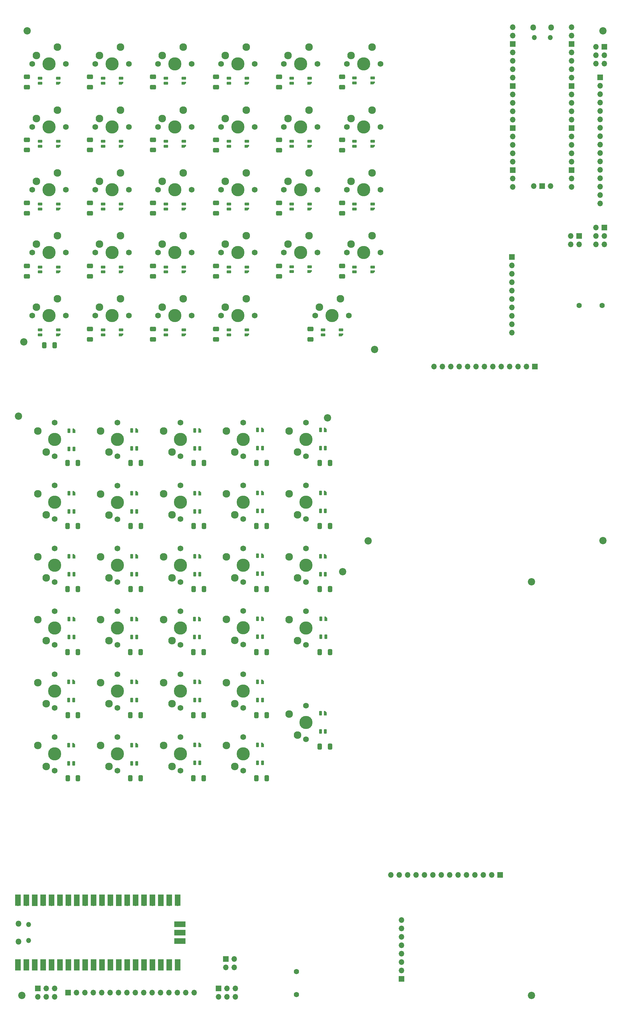
<source format=gbs>
G04 #@! TF.GenerationSoftware,KiCad,Pcbnew,(6.0.10)*
G04 #@! TF.CreationDate,2023-03-01T01:55:45+01:00*
G04 #@! TF.ProjectId,kicad,6b696361-642e-46b6-9963-61645f706362,rev?*
G04 #@! TF.SameCoordinates,Original*
G04 #@! TF.FileFunction,Soldermask,Bot*
G04 #@! TF.FilePolarity,Negative*
%FSLAX46Y46*%
G04 Gerber Fmt 4.6, Leading zero omitted, Abs format (unit mm)*
G04 Created by KiCad (PCBNEW (6.0.10)) date 2023-03-01 01:55:45*
%MOMM*%
%LPD*%
G01*
G04 APERTURE LIST*
G04 Aperture macros list*
%AMRoundRect*
0 Rectangle with rounded corners*
0 $1 Rounding radius*
0 $2 $3 $4 $5 $6 $7 $8 $9 X,Y pos of 4 corners*
0 Add a 4 corners polygon primitive as box body*
4,1,4,$2,$3,$4,$5,$6,$7,$8,$9,$2,$3,0*
0 Add four circle primitives for the rounded corners*
1,1,$1+$1,$2,$3*
1,1,$1+$1,$4,$5*
1,1,$1+$1,$6,$7*
1,1,$1+$1,$8,$9*
0 Add four rect primitives between the rounded corners*
20,1,$1+$1,$2,$3,$4,$5,0*
20,1,$1+$1,$4,$5,$6,$7,0*
20,1,$1+$1,$6,$7,$8,$9,0*
20,1,$1+$1,$8,$9,$2,$3,0*%
%AMFreePoly0*
4,1,18,-0.410000,0.593000,-0.403758,0.624380,-0.385983,0.650983,-0.359380,0.668758,-0.328000,0.675000,0.328000,0.675000,0.359380,0.668758,0.385983,0.650983,0.403758,0.624380,0.410000,0.593000,0.410000,-0.593000,0.403758,-0.624380,0.385983,-0.650983,0.359380,-0.668758,0.328000,-0.675000,0.000000,-0.675000,-0.410000,-0.265000,-0.410000,0.593000,-0.410000,0.593000,$1*%
G04 Aperture macros list end*
%ADD10C,1.600000*%
%ADD11C,3.987800*%
%ADD12C,1.750000*%
%ADD13C,2.300000*%
%ADD14R,1.700000X1.700000*%
%ADD15O,1.700000X1.700000*%
%ADD16C,2.200000*%
%ADD17O,1.500000X1.500000*%
%ADD18O,1.800000X1.800000*%
%ADD19RoundRect,0.082000X0.593000X-0.328000X0.593000X0.328000X-0.593000X0.328000X-0.593000X-0.328000X0*%
%ADD20FreePoly0,90.000000*%
%ADD21RoundRect,0.082000X0.328000X0.593000X-0.328000X0.593000X-0.328000X-0.593000X0.328000X-0.593000X0*%
%ADD22FreePoly0,180.000000*%
%ADD23RoundRect,0.250000X0.412500X0.650000X-0.412500X0.650000X-0.412500X-0.650000X0.412500X-0.650000X0*%
%ADD24RoundRect,0.250000X0.650000X-0.412500X0.650000X0.412500X-0.650000X0.412500X-0.650000X-0.412500X0*%
%ADD25R,1.700000X3.500000*%
%ADD26R,3.500000X1.700000*%
G04 APERTURE END LIST*
D10*
X120340000Y-323180001D03*
X120340000Y-316180001D03*
D11*
X45620000Y-42000000D03*
D12*
X50700000Y-42000000D03*
X40540000Y-42000000D03*
D13*
X41810000Y-39460000D03*
X48160000Y-36920000D03*
D12*
X85259999Y-217510000D03*
D11*
X85259999Y-212430000D03*
D12*
X85259999Y-207350000D03*
D13*
X82719999Y-216240000D03*
X80179999Y-209890000D03*
D14*
X205740000Y-93980000D03*
D15*
X203200000Y-93980000D03*
X205740000Y-96520000D03*
X203200000Y-96520000D03*
D12*
X104260000Y-245350001D03*
D11*
X104260000Y-250430001D03*
D12*
X104260000Y-255510001D03*
D13*
X101720000Y-254240001D03*
X99180000Y-247890001D03*
D16*
X134340000Y-195430001D03*
D12*
X116540000Y-61000000D03*
D11*
X121620000Y-61000000D03*
D12*
X126700000Y-61000000D03*
D13*
X117810000Y-58460000D03*
X124160000Y-55920000D03*
D14*
X152059999Y-318435001D03*
D15*
X152059999Y-315895001D03*
X152059999Y-313355001D03*
X152059999Y-310815001D03*
X152059999Y-308275001D03*
X152059999Y-305735001D03*
X152059999Y-303195001D03*
X152059999Y-300655001D03*
D17*
X197045000Y-34030000D03*
D18*
X191895000Y-31000000D03*
X197345000Y-31000000D03*
D17*
X192195000Y-34030000D03*
D15*
X185730000Y-30870000D03*
X185730000Y-33410000D03*
D14*
X185730000Y-35950000D03*
D15*
X185730000Y-38490000D03*
X185730000Y-41030000D03*
X185730000Y-43570000D03*
X185730000Y-46110000D03*
D14*
X185730000Y-48650000D03*
D15*
X185730000Y-51190000D03*
X185730000Y-53730000D03*
X185730000Y-56270000D03*
X185730000Y-58810000D03*
D14*
X185730000Y-61350000D03*
D15*
X185730000Y-63890000D03*
X185730000Y-66430000D03*
X185730000Y-68970000D03*
X185730000Y-71510000D03*
D14*
X185730000Y-74050000D03*
D15*
X185730000Y-76590000D03*
X185730000Y-79130000D03*
X203510000Y-79130000D03*
X203510000Y-76590000D03*
D14*
X203510000Y-74050000D03*
D15*
X203510000Y-71510000D03*
X203510000Y-68970000D03*
X203510000Y-66430000D03*
X203510000Y-63890000D03*
D14*
X203510000Y-61350000D03*
D15*
X203510000Y-58810000D03*
X203510000Y-56270000D03*
X203510000Y-53730000D03*
X203510000Y-51190000D03*
D14*
X203510000Y-48650000D03*
D15*
X203510000Y-46110000D03*
X203510000Y-43570000D03*
X203510000Y-41030000D03*
X203510000Y-38490000D03*
D14*
X203510000Y-35950000D03*
D15*
X203510000Y-33410000D03*
X203510000Y-30870000D03*
X192080000Y-78900000D03*
D14*
X194620000Y-78900000D03*
D15*
X197160000Y-78900000D03*
D11*
X47260000Y-174430001D03*
D12*
X47260000Y-169350001D03*
X47260000Y-179510001D03*
D13*
X44720000Y-178240001D03*
X42180000Y-171890001D03*
D11*
X64620000Y-80000000D03*
D12*
X59540000Y-80000000D03*
X69700000Y-80000000D03*
D13*
X60810000Y-77460000D03*
X67160000Y-74920000D03*
D12*
X47260000Y-198510001D03*
D11*
X47260000Y-193430001D03*
D12*
X47260000Y-188350001D03*
D13*
X44720000Y-197240001D03*
X42180000Y-190890001D03*
D12*
X50700000Y-118000000D03*
X40540000Y-118000000D03*
D11*
X45620000Y-118000000D03*
D13*
X41810000Y-115460000D03*
X48160000Y-112920000D03*
D12*
X97540000Y-80000000D03*
X107700000Y-80000000D03*
D11*
X102620000Y-80000000D03*
D13*
X98810000Y-77460000D03*
X105160000Y-74920000D03*
D11*
X83620000Y-61000000D03*
D12*
X88700000Y-61000000D03*
X78540000Y-61000000D03*
D13*
X79810000Y-58460000D03*
X86160000Y-55920000D03*
D12*
X47259999Y-207350000D03*
D11*
X47259999Y-212430000D03*
D12*
X47259999Y-217510000D03*
D13*
X44719999Y-216240000D03*
X42179999Y-209890000D03*
D11*
X64620000Y-99000000D03*
D12*
X59540000Y-99000000D03*
X69700000Y-99000000D03*
D13*
X60810000Y-96460000D03*
X67160000Y-93920000D03*
D11*
X66259999Y-155430001D03*
D12*
X66259999Y-160510001D03*
X66259999Y-150350001D03*
D13*
X63719999Y-159240001D03*
X61179999Y-152890001D03*
D16*
X38000000Y-126000000D03*
D12*
X47260000Y-150350000D03*
D11*
X47260000Y-155430000D03*
D12*
X47260000Y-160510000D03*
D13*
X44720000Y-159240000D03*
X42180000Y-152890000D03*
D12*
X66259999Y-179590001D03*
D11*
X66259999Y-174510001D03*
D12*
X66259999Y-169430001D03*
D13*
X63719999Y-178320001D03*
X61179999Y-171970001D03*
D14*
X192405000Y-133410000D03*
D15*
X189865000Y-133410000D03*
X187325000Y-133410000D03*
X184785000Y-133410000D03*
X182245000Y-133410000D03*
X179705000Y-133410000D03*
X177165000Y-133410000D03*
X174625000Y-133410000D03*
X172085000Y-133410000D03*
X169545000Y-133410000D03*
X167005000Y-133410000D03*
X164465000Y-133410000D03*
X161925000Y-133410000D03*
D12*
X97540000Y-42000000D03*
D11*
X102620000Y-42000000D03*
D12*
X107700000Y-42000000D03*
D13*
X98810000Y-39460000D03*
X105160000Y-36920000D03*
D14*
X212090000Y-46027500D03*
D15*
X212090000Y-48567500D03*
X212090000Y-51107500D03*
X212090000Y-53647500D03*
X212090000Y-56187500D03*
X212090000Y-58727500D03*
X212090000Y-61267500D03*
X212090000Y-63807500D03*
X212090000Y-66347500D03*
X212090000Y-68887500D03*
X212090000Y-71427500D03*
X212090000Y-73967500D03*
X212090000Y-76507500D03*
X212090000Y-79047500D03*
X212090000Y-81587500D03*
X212090000Y-84127500D03*
D12*
X85259999Y-226350001D03*
D11*
X85259999Y-231430001D03*
D12*
X85259999Y-236510001D03*
D13*
X82719999Y-235240001D03*
X80179999Y-228890001D03*
D16*
X213000000Y-186000000D03*
D12*
X50700000Y-61000000D03*
D11*
X45620000Y-61000000D03*
D12*
X40540000Y-61000000D03*
D13*
X41810000Y-58460000D03*
X48160000Y-55920000D03*
D11*
X104259999Y-155430000D03*
D12*
X104259999Y-150350000D03*
X104259999Y-160510000D03*
D13*
X101719999Y-159240000D03*
X99179999Y-152890000D03*
D14*
X51367499Y-322560001D03*
D15*
X53907499Y-322560001D03*
X56447499Y-322560001D03*
X58987499Y-322560001D03*
X61527499Y-322560001D03*
X64067499Y-322560001D03*
X66607499Y-322560001D03*
X69147499Y-322560001D03*
X71687499Y-322560001D03*
X74227499Y-322560001D03*
X76767499Y-322560001D03*
X79307499Y-322560001D03*
X81847499Y-322560001D03*
X84387499Y-322560001D03*
X86927499Y-322560001D03*
X89467499Y-322560001D03*
D16*
X144000000Y-128270000D03*
D11*
X83620000Y-99000000D03*
D12*
X78540000Y-99000000D03*
X88700000Y-99000000D03*
D13*
X79810000Y-96460000D03*
X86160000Y-93920000D03*
D12*
X66259999Y-198510000D03*
X66259999Y-188350000D03*
D11*
X66259999Y-193430000D03*
D13*
X63719999Y-197240000D03*
X61179999Y-190890000D03*
D14*
X96794999Y-321270001D03*
D15*
X96794999Y-323810001D03*
X99334999Y-321270001D03*
X99334999Y-323810001D03*
X101874999Y-321270001D03*
X101874999Y-323810001D03*
D12*
X123259999Y-179510001D03*
X123259999Y-169350001D03*
D11*
X123259999Y-174430001D03*
D13*
X120719999Y-178240001D03*
X118179999Y-171890001D03*
D12*
X116540000Y-99000000D03*
X126700000Y-99000000D03*
D11*
X121620000Y-99000000D03*
D13*
X117810000Y-96460000D03*
X124160000Y-93920000D03*
D12*
X135540000Y-42000000D03*
X145700000Y-42000000D03*
D11*
X140620000Y-42000000D03*
D13*
X136810000Y-39460000D03*
X143160000Y-36920000D03*
D11*
X64620000Y-42000000D03*
D12*
X59540000Y-42000000D03*
X69700000Y-42000000D03*
D13*
X60810000Y-39460000D03*
X67160000Y-36920000D03*
D11*
X104259999Y-193430001D03*
D12*
X104259999Y-198510001D03*
X104259999Y-188350001D03*
D13*
X101719999Y-197240001D03*
X99179999Y-190890001D03*
D11*
X140620000Y-80000000D03*
D12*
X145700000Y-80000000D03*
X135540000Y-80000000D03*
D13*
X136810000Y-77460000D03*
X143160000Y-74920000D03*
D14*
X213380000Y-36830000D03*
D15*
X210840000Y-36830000D03*
X213380000Y-39370000D03*
X210840000Y-39370000D03*
X213380000Y-41910000D03*
X210840000Y-41910000D03*
D11*
X85259999Y-155430001D03*
D12*
X85259999Y-160510001D03*
X85259999Y-150350001D03*
D13*
X82719999Y-159240001D03*
X80179999Y-152890001D03*
D11*
X45620000Y-99000000D03*
D12*
X40540000Y-99000000D03*
X50700000Y-99000000D03*
D13*
X41810000Y-96460000D03*
X48160000Y-93920000D03*
D16*
X36339999Y-148430000D03*
D12*
X66259999Y-245350001D03*
D11*
X66259999Y-250430001D03*
D12*
X66259999Y-255510001D03*
D13*
X63719999Y-254240001D03*
X61179999Y-247890001D03*
D14*
X181869999Y-287000001D03*
D15*
X179329999Y-287000001D03*
X176789999Y-287000001D03*
X174249999Y-287000001D03*
X171709999Y-287000001D03*
X169169999Y-287000001D03*
X166629999Y-287000001D03*
X164089999Y-287000001D03*
X161549999Y-287000001D03*
X159009999Y-287000001D03*
X156469999Y-287000001D03*
X153929999Y-287000001D03*
X151389999Y-287000001D03*
X148849999Y-287000001D03*
D12*
X88700000Y-42000000D03*
X78540000Y-42000000D03*
D11*
X83620000Y-42000000D03*
D13*
X79810000Y-39460000D03*
X86160000Y-36920000D03*
D14*
X185420000Y-100330000D03*
D15*
X185420000Y-102870000D03*
X185420000Y-105410000D03*
X185420000Y-107950000D03*
X185420000Y-110490000D03*
X185420000Y-113030000D03*
X185420000Y-115570000D03*
X185420000Y-118110000D03*
X185420000Y-120650000D03*
X185420000Y-123190000D03*
D16*
X191339999Y-323430001D03*
D11*
X123259999Y-240905000D03*
D12*
X123259999Y-235825000D03*
X123259999Y-245985000D03*
D13*
X120719999Y-244715000D03*
X118179999Y-238365000D03*
D11*
X45620000Y-80000000D03*
D12*
X50700000Y-80000000D03*
X40540000Y-80000000D03*
D13*
X41810000Y-77460000D03*
X48160000Y-74920000D03*
D11*
X83620000Y-80000000D03*
D12*
X78540000Y-80000000D03*
X88700000Y-80000000D03*
D13*
X79810000Y-77460000D03*
X86160000Y-74920000D03*
D11*
X104259999Y-174430001D03*
D12*
X104259999Y-169350001D03*
X104259999Y-179510001D03*
D13*
X101719999Y-178240001D03*
X99179999Y-171890001D03*
D12*
X66259999Y-236510001D03*
X66259999Y-226350001D03*
D11*
X66259999Y-231430001D03*
D13*
X63719999Y-235240001D03*
X61179999Y-228890001D03*
D11*
X85259999Y-250430001D03*
D12*
X85259999Y-245350001D03*
X85259999Y-255510001D03*
D13*
X82719999Y-254240001D03*
X80179999Y-247890001D03*
D11*
X121620000Y-42000000D03*
D12*
X126700000Y-42000000D03*
X116540000Y-42000000D03*
D13*
X117810000Y-39460000D03*
X124160000Y-36920000D03*
D11*
X123259999Y-212430001D03*
D12*
X123259999Y-217510001D03*
X123259999Y-207350001D03*
D13*
X120719999Y-216240001D03*
X118179999Y-209890001D03*
D14*
X42169999Y-321290001D03*
D15*
X42169999Y-323830001D03*
X44709999Y-321290001D03*
X44709999Y-323830001D03*
X47249999Y-321290001D03*
X47249999Y-323830001D03*
D11*
X131095000Y-118000000D03*
D12*
X126015000Y-118000000D03*
X136175000Y-118000000D03*
D13*
X127285000Y-115460000D03*
X133635000Y-112920000D03*
D11*
X121620000Y-80000000D03*
D12*
X126700000Y-80000000D03*
X116540000Y-80000000D03*
D13*
X117810000Y-77460000D03*
X124160000Y-74920000D03*
D12*
X104259999Y-207270000D03*
D11*
X104259999Y-212350000D03*
D12*
X104259999Y-217430000D03*
D13*
X101719999Y-216160000D03*
X99179999Y-209810000D03*
D12*
X66259999Y-207350000D03*
D11*
X66259999Y-212430000D03*
D12*
X66259999Y-217510000D03*
D13*
X63719999Y-216240000D03*
X61179999Y-209890000D03*
D16*
X142000000Y-186064466D03*
D12*
X59540000Y-61000000D03*
D11*
X64620000Y-61000000D03*
D12*
X69700000Y-61000000D03*
D13*
X60810000Y-58460000D03*
X67160000Y-55920000D03*
D16*
X37339999Y-323430001D03*
D12*
X78540000Y-118000000D03*
D11*
X83620000Y-118000000D03*
D12*
X88700000Y-118000000D03*
D13*
X79810000Y-115460000D03*
X86160000Y-112920000D03*
D11*
X64620000Y-118000000D03*
D12*
X59540000Y-118000000D03*
X69700000Y-118000000D03*
D13*
X60810000Y-115460000D03*
X67160000Y-112920000D03*
D16*
X129758939Y-148932711D03*
D12*
X47259999Y-226350001D03*
D11*
X47259999Y-231430001D03*
D12*
X47259999Y-236510001D03*
D13*
X44719999Y-235240001D03*
X42179999Y-228890001D03*
D10*
X205750000Y-115000000D03*
X212750000Y-115000000D03*
D12*
X135540000Y-61000000D03*
X145700000Y-61000000D03*
D11*
X140620000Y-61000000D03*
D13*
X136810000Y-58460000D03*
X143160000Y-55920000D03*
D16*
X213000000Y-32000000D03*
D14*
X99045000Y-312400000D03*
D15*
X99045000Y-314940000D03*
X101585000Y-312400000D03*
X101585000Y-314940000D03*
D12*
X107700000Y-118000000D03*
D11*
X102620000Y-118000000D03*
D12*
X97540000Y-118000000D03*
D13*
X98810000Y-115460000D03*
X105160000Y-112920000D03*
D16*
X39000000Y-32000000D03*
D12*
X85259999Y-179510001D03*
D11*
X85259999Y-174430001D03*
D12*
X85259999Y-169350001D03*
D13*
X82719999Y-178240001D03*
X80179999Y-171890001D03*
D12*
X97540000Y-61000000D03*
X107700000Y-61000000D03*
D11*
X102620000Y-61000000D03*
D13*
X98810000Y-58460000D03*
X105160000Y-55920000D03*
D11*
X104260000Y-231430001D03*
D12*
X104260000Y-236510001D03*
X104260000Y-226350001D03*
D13*
X101720000Y-235240001D03*
X99180000Y-228890001D03*
D12*
X85259999Y-198510000D03*
X85259999Y-188350000D03*
D11*
X85259999Y-193430000D03*
D13*
X82719999Y-197240000D03*
X80179999Y-190890000D03*
D12*
X145700000Y-99000000D03*
D11*
X140620000Y-99000000D03*
D12*
X135540000Y-99000000D03*
D13*
X136810000Y-96460000D03*
X143160000Y-93920000D03*
D14*
X213420000Y-91455000D03*
D15*
X210880000Y-91455000D03*
X213420000Y-93995000D03*
X210880000Y-93995000D03*
X213420000Y-96535000D03*
X210880000Y-96535000D03*
D12*
X123259999Y-150350000D03*
D11*
X123259999Y-155430000D03*
D12*
X123259999Y-160510000D03*
D13*
X120719999Y-159240000D03*
X118179999Y-152890000D03*
D12*
X47259999Y-255510001D03*
D11*
X47259999Y-250430001D03*
D12*
X47259999Y-245350001D03*
D13*
X44719999Y-254240001D03*
X42179999Y-247890001D03*
D12*
X97540000Y-99000000D03*
D11*
X102620000Y-99000000D03*
D12*
X107700000Y-99000000D03*
D13*
X98810000Y-96460000D03*
X105160000Y-93920000D03*
D16*
X191340000Y-198430001D03*
D12*
X123259999Y-198510001D03*
D11*
X123259999Y-193430001D03*
D12*
X123259999Y-188350001D03*
D13*
X120719999Y-197240001D03*
X118179999Y-190890001D03*
D19*
X61895000Y-46330000D03*
X61895000Y-47830000D03*
X67345000Y-46330000D03*
D20*
X67345000Y-47830000D03*
D21*
X51589999Y-177155001D03*
X53089999Y-177155001D03*
X51589999Y-171705001D03*
D22*
X53089999Y-171705001D03*
D23*
X47282500Y-127000000D03*
X44157500Y-127000000D03*
D24*
X115070000Y-49000000D03*
X115070000Y-45875000D03*
D23*
X73274999Y-219690001D03*
X70149999Y-219690001D03*
D21*
X108589999Y-234155001D03*
X110089999Y-234155001D03*
X108589999Y-228705001D03*
D22*
X110089999Y-228705001D03*
D24*
X57920000Y-68012500D03*
X57920000Y-64887500D03*
X38870000Y-106150000D03*
X38870000Y-103025000D03*
X124595000Y-125200000D03*
X124595000Y-122075000D03*
D23*
X130462499Y-219690001D03*
X127337499Y-219690001D03*
D21*
X127589999Y-196155000D03*
X129089999Y-196155000D03*
X127589999Y-190705000D03*
D22*
X129089999Y-190705000D03*
D23*
X92287499Y-257790000D03*
X89162499Y-257790000D03*
D21*
X89589999Y-253155001D03*
X91089999Y-253155001D03*
X89589999Y-247705001D03*
D22*
X91089999Y-247705001D03*
D21*
X127715000Y-215030000D03*
X129215000Y-215030000D03*
X127715000Y-209580000D03*
D22*
X129215000Y-209580000D03*
D24*
X38870000Y-87100000D03*
X38870000Y-83975000D03*
D19*
X137895000Y-84330000D03*
X137895000Y-85830000D03*
X143345000Y-84330000D03*
D20*
X143345000Y-85830000D03*
D21*
X89589999Y-234155001D03*
X91089999Y-234155001D03*
X89589999Y-228705001D03*
D22*
X91089999Y-228705001D03*
D24*
X115070000Y-68050000D03*
X115070000Y-64925000D03*
D19*
X42895000Y-46330000D03*
X42895000Y-47830000D03*
X48345000Y-46330000D03*
D20*
X48345000Y-47830000D03*
D23*
X54337499Y-257790001D03*
X51212499Y-257790001D03*
X130462500Y-248265001D03*
X127337500Y-248265001D03*
X92324999Y-219690000D03*
X89199999Y-219690000D03*
X92324999Y-238740001D03*
X89199999Y-238740001D03*
D24*
X96020000Y-68050000D03*
X96020000Y-64925000D03*
D21*
X51509999Y-234155001D03*
X53009999Y-234155001D03*
X51509999Y-228705001D03*
D22*
X53009999Y-228705001D03*
D23*
X130462500Y-200640000D03*
X127337500Y-200640000D03*
D24*
X134120000Y-87100000D03*
X134120000Y-83975000D03*
X57920000Y-49000000D03*
X57920000Y-45875000D03*
X38870000Y-68012500D03*
X38870000Y-64887500D03*
X57920000Y-106150000D03*
X57920000Y-103025000D03*
X38870000Y-49000000D03*
X38870000Y-45875000D03*
D21*
X108589999Y-177030000D03*
X110089999Y-177030000D03*
X108589999Y-171580000D03*
D22*
X110089999Y-171580000D03*
D23*
X111337499Y-257790000D03*
X108212499Y-257790000D03*
D19*
X80895000Y-103330000D03*
X80895000Y-104830000D03*
X86345000Y-103330000D03*
D20*
X86345000Y-104830000D03*
D19*
X61895000Y-103330000D03*
X61895000Y-104830000D03*
X67345000Y-103330000D03*
D20*
X67345000Y-104830000D03*
D19*
X80895000Y-84330000D03*
X80895000Y-85830000D03*
X86345000Y-84330000D03*
D20*
X86345000Y-85830000D03*
D21*
X89510000Y-215155000D03*
X91010000Y-215155000D03*
X89510000Y-209705000D03*
D22*
X91010000Y-209705000D03*
D19*
X61895000Y-84330000D03*
X61895000Y-85830000D03*
X67345000Y-84330000D03*
D20*
X67345000Y-85830000D03*
D21*
X70544999Y-253280001D03*
X72044999Y-253280001D03*
X70544999Y-247830001D03*
D22*
X72044999Y-247830001D03*
D23*
X130462500Y-181590001D03*
X127337500Y-181590001D03*
D24*
X115070000Y-106150000D03*
X115070000Y-103025000D03*
D23*
X111337499Y-238740000D03*
X108212499Y-238740000D03*
D21*
X108589999Y-196030001D03*
X110089999Y-196030001D03*
X108589999Y-190580001D03*
D22*
X110089999Y-190580001D03*
D21*
X108589999Y-253155001D03*
X110089999Y-253155001D03*
X108589999Y-247705001D03*
D22*
X110089999Y-247705001D03*
D24*
X115070000Y-87100000D03*
X115070000Y-83975000D03*
D21*
X70589999Y-234155001D03*
X72089999Y-234155001D03*
X70589999Y-228705001D03*
D22*
X72089999Y-228705001D03*
D19*
X80895000Y-65330000D03*
X80895000Y-66830000D03*
X86345000Y-65330000D03*
D20*
X86345000Y-66830000D03*
D21*
X127589999Y-158030000D03*
X129089999Y-158030000D03*
X127589999Y-152580000D03*
D22*
X129089999Y-152580000D03*
D19*
X99895000Y-65330000D03*
X99895000Y-66830000D03*
X105345000Y-65330000D03*
D20*
X105345000Y-66830000D03*
D21*
X108589999Y-215030001D03*
X110089999Y-215030001D03*
X108589999Y-209580001D03*
D22*
X110089999Y-209580001D03*
D19*
X42895000Y-65330000D03*
X42895000Y-66830000D03*
X48345000Y-65330000D03*
D20*
X48345000Y-66830000D03*
D23*
X111374999Y-162540001D03*
X108249999Y-162540001D03*
D19*
X118895000Y-65330000D03*
X118895000Y-66830000D03*
X124345000Y-65330000D03*
D20*
X124345000Y-66830000D03*
D23*
X54300000Y-181590001D03*
X51175000Y-181590001D03*
D19*
X137895000Y-103330000D03*
X137895000Y-104830000D03*
X143345000Y-103330000D03*
D20*
X143345000Y-104830000D03*
D24*
X76970000Y-49000000D03*
X76970000Y-45875000D03*
X134120000Y-49000000D03*
X134120000Y-45875000D03*
D21*
X89590000Y-177155001D03*
X91090000Y-177155001D03*
X89590000Y-171705001D03*
D22*
X91090000Y-171705001D03*
D21*
X70589999Y-158155000D03*
X72089999Y-158155000D03*
X70589999Y-152705000D03*
D22*
X72089999Y-152705000D03*
D19*
X99895000Y-122330000D03*
X99895000Y-123830000D03*
X105345000Y-122330000D03*
D20*
X105345000Y-123830000D03*
D19*
X137895000Y-46250000D03*
X137895000Y-47750000D03*
X143345000Y-46250000D03*
D20*
X143345000Y-47750000D03*
D24*
X96020000Y-106150000D03*
X96020000Y-103025000D03*
D19*
X128370000Y-122330000D03*
X128370000Y-123830000D03*
X133820000Y-122330000D03*
D20*
X133820000Y-123830000D03*
D19*
X42895000Y-103330000D03*
X42895000Y-104830000D03*
X48345000Y-103330000D03*
D20*
X48345000Y-104830000D03*
D21*
X51590000Y-158280001D03*
X53090000Y-158280001D03*
X51590000Y-152830001D03*
D22*
X53090000Y-152830001D03*
D19*
X80895000Y-46330000D03*
X80895000Y-47830000D03*
X86345000Y-46330000D03*
D20*
X86345000Y-47830000D03*
D24*
X57920000Y-87100000D03*
X57920000Y-83975000D03*
X57920000Y-125200000D03*
X57920000Y-122075000D03*
D23*
X111374999Y-200640000D03*
X108249999Y-200640000D03*
D24*
X96020000Y-87100000D03*
X96020000Y-83975000D03*
X134120000Y-106150000D03*
X134120000Y-103025000D03*
D23*
X73312500Y-200640001D03*
X70187500Y-200640001D03*
D19*
X80895000Y-122330000D03*
X80895000Y-123830000D03*
X86345000Y-122330000D03*
D20*
X86345000Y-123830000D03*
D24*
X76970000Y-125200000D03*
X76970000Y-122075000D03*
D21*
X51509999Y-253280000D03*
X53009999Y-253280000D03*
X51509999Y-247830000D03*
D22*
X53009999Y-247830000D03*
D23*
X92362499Y-200640001D03*
X89237499Y-200640001D03*
D19*
X99895000Y-46330000D03*
X99895000Y-47830000D03*
X105345000Y-46330000D03*
D20*
X105345000Y-47830000D03*
D24*
X134120000Y-68050000D03*
X134120000Y-64925000D03*
D23*
X130462500Y-162540001D03*
X127337500Y-162540001D03*
X111374999Y-181590001D03*
X108249999Y-181590001D03*
D21*
X89590000Y-196155001D03*
X91090000Y-196155001D03*
X89590000Y-190705001D03*
D22*
X91090000Y-190705001D03*
D19*
X118895000Y-103250000D03*
X118895000Y-104750000D03*
X124345000Y-103250000D03*
D20*
X124345000Y-104750000D03*
D24*
X96020000Y-125200000D03*
X96020000Y-122075000D03*
D19*
X99895000Y-103330000D03*
X99895000Y-104830000D03*
X105345000Y-103330000D03*
D20*
X105345000Y-104830000D03*
D21*
X70589999Y-196155001D03*
X72089999Y-196155001D03*
X70589999Y-190705001D03*
D22*
X72089999Y-190705001D03*
D21*
X127589999Y-177030000D03*
X129089999Y-177030000D03*
X127589999Y-171580000D03*
D22*
X129089999Y-171580000D03*
D23*
X73312499Y-181590001D03*
X70187499Y-181590001D03*
D24*
X76970000Y-87100000D03*
X76970000Y-83975000D03*
D23*
X73312499Y-162540001D03*
X70187499Y-162540001D03*
D19*
X42895000Y-84330000D03*
X42895000Y-85830000D03*
X48345000Y-84330000D03*
D20*
X48345000Y-85830000D03*
D21*
X89590000Y-158155000D03*
X91090000Y-158155000D03*
X89590000Y-152705000D03*
D22*
X91090000Y-152705000D03*
D21*
X70589999Y-215155001D03*
X72089999Y-215155001D03*
X70589999Y-209705001D03*
D22*
X72089999Y-209705001D03*
D23*
X92362499Y-162540000D03*
X89237499Y-162540000D03*
X73274999Y-238740000D03*
X70149999Y-238740000D03*
D21*
X127589999Y-243630001D03*
X129089999Y-243630001D03*
X127589999Y-238180001D03*
D22*
X129089999Y-238180001D03*
D24*
X76970000Y-68012500D03*
X76970000Y-64887500D03*
D19*
X42895000Y-122330000D03*
X42895000Y-123830000D03*
X48345000Y-122330000D03*
D20*
X48345000Y-123830000D03*
D18*
X36339999Y-307155001D03*
X36339999Y-301705001D03*
D17*
X39369999Y-306855001D03*
X39369999Y-302005001D03*
D25*
X36209999Y-294640001D03*
D15*
X36209999Y-295540001D03*
D25*
X38749999Y-294640001D03*
D15*
X38749999Y-295540001D03*
D14*
X41289999Y-295540001D03*
D25*
X41289999Y-294640001D03*
X43829999Y-294640001D03*
D15*
X43829999Y-295540001D03*
D25*
X46369999Y-294640001D03*
D15*
X46369999Y-295540001D03*
D25*
X48909999Y-294640001D03*
D15*
X48909999Y-295540001D03*
X51449999Y-295540001D03*
D25*
X51449999Y-294640001D03*
X53989999Y-294640001D03*
D14*
X53989999Y-295540001D03*
D25*
X56529999Y-294640001D03*
D15*
X56529999Y-295540001D03*
D25*
X59069999Y-294640001D03*
D15*
X59069999Y-295540001D03*
D25*
X61609999Y-294640001D03*
D15*
X61609999Y-295540001D03*
X64149999Y-295540001D03*
D25*
X64149999Y-294640001D03*
X66689999Y-294640001D03*
D14*
X66689999Y-295540001D03*
D25*
X69229999Y-294640001D03*
D15*
X69229999Y-295540001D03*
X71769999Y-295540001D03*
D25*
X71769999Y-294640001D03*
D15*
X74309999Y-295540001D03*
D25*
X74309999Y-294640001D03*
X76849999Y-294640001D03*
D15*
X76849999Y-295540001D03*
D25*
X79389999Y-294640001D03*
D14*
X79389999Y-295540001D03*
D25*
X81929999Y-294640001D03*
D15*
X81929999Y-295540001D03*
D25*
X84469999Y-294640001D03*
D15*
X84469999Y-295540001D03*
D25*
X84469999Y-314220001D03*
D15*
X84469999Y-313320001D03*
X81929999Y-313320001D03*
D25*
X81929999Y-314220001D03*
X79389999Y-314220001D03*
D14*
X79389999Y-313320001D03*
D25*
X76849999Y-314220001D03*
D15*
X76849999Y-313320001D03*
D25*
X74309999Y-314220001D03*
D15*
X74309999Y-313320001D03*
X71769999Y-313320001D03*
D25*
X71769999Y-314220001D03*
X69229999Y-314220001D03*
D15*
X69229999Y-313320001D03*
D25*
X66689999Y-314220001D03*
D14*
X66689999Y-313320001D03*
D25*
X64149999Y-314220001D03*
D15*
X64149999Y-313320001D03*
X61609999Y-313320001D03*
D25*
X61609999Y-314220001D03*
X59069999Y-314220001D03*
D15*
X59069999Y-313320001D03*
X56529999Y-313320001D03*
D25*
X56529999Y-314220001D03*
X53989999Y-314220001D03*
D14*
X53989999Y-313320001D03*
D15*
X51449999Y-313320001D03*
D25*
X51449999Y-314220001D03*
X48909999Y-314220001D03*
D15*
X48909999Y-313320001D03*
X46369999Y-313320001D03*
D25*
X46369999Y-314220001D03*
D15*
X43829999Y-313320001D03*
D25*
X43829999Y-314220001D03*
D14*
X41289999Y-313320001D03*
D25*
X41289999Y-314220001D03*
D15*
X38749999Y-313320001D03*
D25*
X38749999Y-314220001D03*
D15*
X36209999Y-313320001D03*
D25*
X36209999Y-314220001D03*
D26*
X85139999Y-301890001D03*
D15*
X84239999Y-301890001D03*
D14*
X84239999Y-304430001D03*
D26*
X85139999Y-304430001D03*
X85139999Y-306970001D03*
D15*
X84239999Y-306970001D03*
D19*
X99895000Y-84330000D03*
X99895000Y-85830000D03*
X105345000Y-84330000D03*
D20*
X105345000Y-85830000D03*
D23*
X92362499Y-181590001D03*
X89237499Y-181590001D03*
D19*
X118895000Y-84330000D03*
X118895000Y-85830000D03*
X124345000Y-84330000D03*
D20*
X124345000Y-85830000D03*
D21*
X51589999Y-215155001D03*
X53089999Y-215155001D03*
X51589999Y-209705001D03*
D22*
X53089999Y-209705001D03*
D23*
X54299999Y-200640001D03*
X51174999Y-200640001D03*
X73275000Y-257790001D03*
X70150000Y-257790001D03*
D24*
X76970000Y-106150000D03*
X76970000Y-103025000D03*
D23*
X54300000Y-162540001D03*
X51175000Y-162540001D03*
X111375000Y-219690001D03*
X108250000Y-219690001D03*
D19*
X61895000Y-65330000D03*
X61895000Y-66830000D03*
X67345000Y-65330000D03*
D20*
X67345000Y-66830000D03*
D21*
X51589999Y-196155001D03*
X53089999Y-196155001D03*
X51589999Y-190705001D03*
D22*
X53089999Y-190705001D03*
D19*
X61895000Y-122330000D03*
X61895000Y-123830000D03*
X67345000Y-122330000D03*
D20*
X67345000Y-123830000D03*
D24*
X96020000Y-49000000D03*
X96020000Y-45875000D03*
D19*
X118895000Y-46330000D03*
X118895000Y-47830000D03*
X124345000Y-46330000D03*
D20*
X124345000Y-47830000D03*
D21*
X70589999Y-177155001D03*
X72089999Y-177155001D03*
X70589999Y-171705001D03*
D22*
X72089999Y-171705001D03*
D21*
X108590000Y-158030001D03*
X110090000Y-158030001D03*
X108590000Y-152580001D03*
D22*
X110090000Y-152580001D03*
D23*
X54337500Y-238740000D03*
X51212500Y-238740000D03*
D19*
X137895000Y-65330000D03*
X137895000Y-66830000D03*
X143345000Y-65330000D03*
D20*
X143345000Y-66830000D03*
D23*
X54299999Y-219690001D03*
X51174999Y-219690001D03*
M02*

</source>
